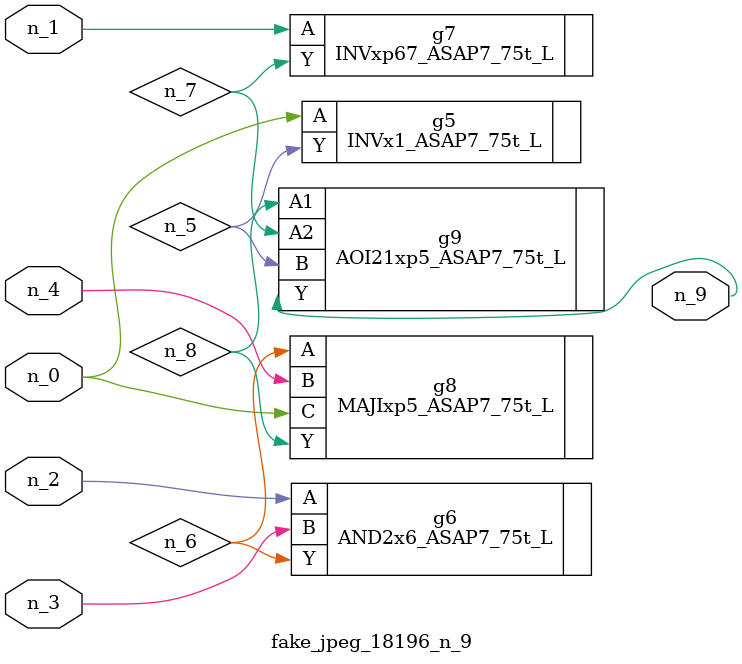
<source format=v>
module fake_jpeg_18196_n_9 (n_3, n_2, n_1, n_0, n_4, n_9);

input n_3;
input n_2;
input n_1;
input n_0;
input n_4;

output n_9;

wire n_8;
wire n_6;
wire n_5;
wire n_7;

INVx1_ASAP7_75t_L g5 ( 
.A(n_0),
.Y(n_5)
);

AND2x6_ASAP7_75t_L g6 ( 
.A(n_2),
.B(n_3),
.Y(n_6)
);

INVxp67_ASAP7_75t_L g7 ( 
.A(n_1),
.Y(n_7)
);

MAJIxp5_ASAP7_75t_L g8 ( 
.A(n_6),
.B(n_4),
.C(n_0),
.Y(n_8)
);

AOI21xp5_ASAP7_75t_L g9 ( 
.A1(n_8),
.A2(n_7),
.B(n_5),
.Y(n_9)
);


endmodule
</source>
